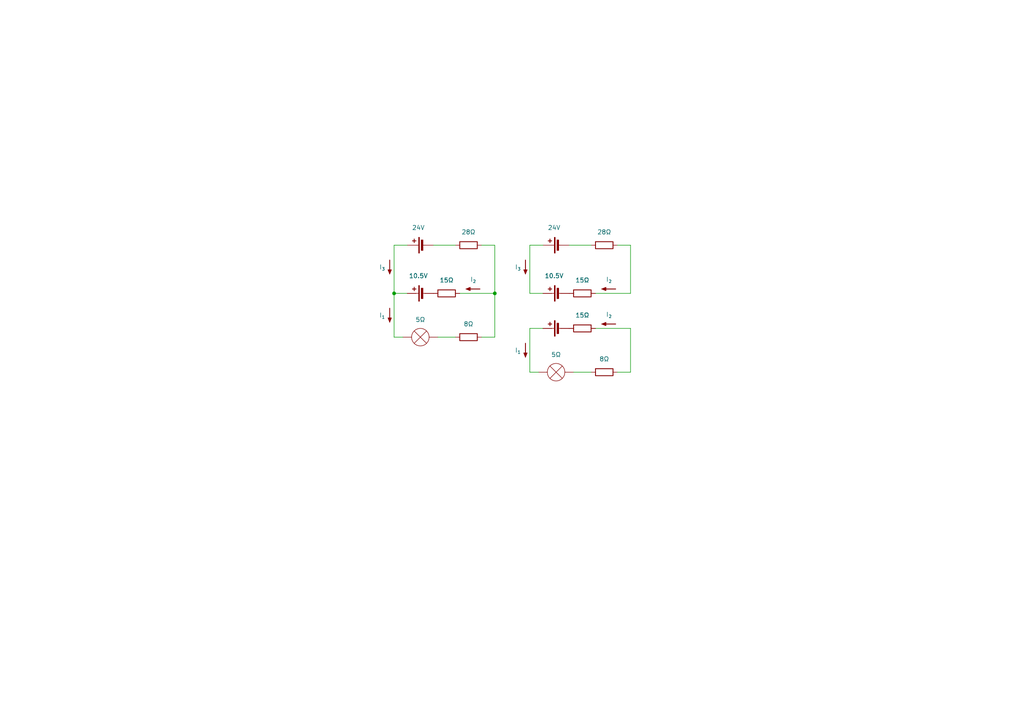
<source format=kicad_sch>
(kicad_sch (version 20231120) (generator "eeschema") (generator_version "8.0")
  (paper "A4")
  (lib_symbols
    (symbol "Device:Battery_Cell" (pin_numbers hide) (pin_names (offset 0) hide)
      (property "Reference" "BT" (at 2.54 2.54 0))
      (property "Value" "Battery_Cell" (at 2.54 0 0))
      (symbol "Battery_Cell_0_1"
        (rectangle (start -2.286 1.778) (end 2.286 1.524) (fill (type outline)))
        (rectangle (start -1.524 1.016) (end 1.524 0.508) (fill (type outline)))
        (polyline (pts (xy 0 0.762) (xy 0 0)))
        (polyline (pts (xy 0 1.778) (xy 0 2.54)))
        (polyline (pts (xy 0.762 3.048) (xy 1.778 3.048)) (stroke (width 0.254)))
        (polyline (pts (xy 1.27 3.556) (xy 1.27 2.54)) (stroke (width 0.254)))
      )
      (symbol "Battery_Cell_1_1"
        (pin passive line (at 0 5.08 270) (length 2.54) (name "+") (number "1"))
        (pin passive line (at 0 -2.54 90) (length 2.54) (name "-") (number "2"))
      )
    )
    (symbol "Device:Lamp" (pin_numbers hide) (pin_names (offset 0.0254) hide)
      (property "Reference" "LA" (at 0.635 3.81 0))
      (property "Value" "Lamp" (at 0.635 -3.81 0))
      (symbol "Lamp_0_1"
        (polyline (pts (xy -1.778 1.778) (xy 1.778 -1.778)))
        (polyline (pts (xy 1.778 1.778) (xy -1.778 -1.778)))
        (circle (center 0 0) (radius 2.54))
      )
      (symbol "Lamp_1_1"
        (pin passive line (at 0 -5.08 90) (length 2.54) (name "-") (number "1"))
        (pin passive line (at 0 5.08 270) (length 2.54) (name "+") (number "2"))
      )
    )
    (symbol "Device:R" (pin_numbers hide) (pin_names (offset 0))
      (property "Reference" "R" (at 2.032 0 90))
      (property "Value" "R" (at 0 0 90))
      (symbol "R_0_1"
        (rectangle (start -1.016 -2.54) (end 1.016 2.54) (stroke (width 0.254)))
      )
      (symbol "R_1_1"
        (pin passive line (at 0 3.81 270) (length 1.27) (name "~") (number "1"))
        (pin passive line (at 0 -3.81 90) (length 1.27) (name "~") (number "2"))
      )
    )
    (symbol "Graphic:SYM_Arrow_Small" (in_bom no) (on_board no)
      (symbol "SYM_Arrow_Small_0_1"
        (polyline (pts (xy 1.524 0) (xy -2.032 0)) (stroke (width 0.254)))
        (polyline (pts (xy 2.032 0) (xy 0.762 -0.508) (xy 0.762 0.508) (xy 2.032 0)) (fill (type outline)))
      )
    )
  )
  (junction (at 143.51 85.09))
  (junction (at 114.3 85.09))
  (wire (pts (xy 156.21 107.95) (xy 153.67 107.95)))
  (wire (pts (xy 165.1 71.12) (xy 171.45 71.12)))
  (wire (pts (xy 179.07 71.12) (xy 182.88 71.12)))
  (wire (pts (xy 153.67 85.09) (xy 153.67 71.12)))
  (wire (pts (xy 143.51 85.09) (xy 143.51 97.79)))
  (wire (pts (xy 153.67 107.95) (xy 153.67 95.25)))
  (wire (pts (xy 182.88 71.12) (xy 182.88 85.09)))
  (wire (pts (xy 114.3 71.12) (xy 118.11 71.12)))
  (wire (pts (xy 114.3 97.79) (xy 114.3 85.09)))
  (wire (pts (xy 157.48 95.25) (xy 153.67 95.25)))
  (wire (pts (xy 114.3 85.09) (xy 114.3 71.12)))
  (wire (pts (xy 166.37 107.95) (xy 171.45 107.95)))
  (wire (pts (xy 172.72 95.25) (xy 182.88 95.25)))
  (wire (pts (xy 157.48 85.09) (xy 153.67 85.09)))
  (wire (pts (xy 116.84 97.79) (xy 114.3 97.79)))
  (wire (pts (xy 172.72 85.09) (xy 182.88 85.09)))
  (wire (pts (xy 143.51 71.12) (xy 143.51 85.09)))
  (wire (pts (xy 118.11 85.09) (xy 114.3 85.09)))
  (wire (pts (xy 182.88 95.25) (xy 182.88 107.95)))
  (wire (pts (xy 139.7 97.79) (xy 143.51 97.79)))
  (wire (pts (xy 179.07 107.95) (xy 182.88 107.95)))
  (wire (pts (xy 153.67 71.12) (xy 157.48 71.12)))
  (wire (pts (xy 125.73 71.12) (xy 132.08 71.12)))
  (wire (pts (xy 139.7 71.12) (xy 143.51 71.12)))
  (wire (pts (xy 133.35 85.09) (xy 143.51 85.09)))
  (wire (pts (xy 127 97.79) (xy 132.08 97.79)))
  (symbol (lib_id "Graphic:SYM_Arrow_Small") (at 152.4 101.6 270) (unit 1) (exclude_from_sim yes) (in_bom no) (on_board no)
    (property "Reference" "#SYM7" (effects (hide yes)))
    (property "Value" "I₁" (at 149.352 101.6 90) (effects (justify left)))
    (property "Description" "Filled arrow, 160mil" (effects (hide yes)))
  )
  (symbol (lib_id "Graphic:SYM_Arrow_Small") (at 137.16 83.82 180) (unit 1) (exclude_from_sim yes) (in_bom no) (on_board no)
    (property "Reference" "#SYM3" (effects (hide yes)))
    (property "Value" "I₂" (at 138.176 81.788 0) (effects (justify left top)))
    (property "Description" "Filled arrow, 160mil" (effects (hide yes)))
  )
  (symbol (lib_id "Device:Lamp") (at 161.29 107.95 90) (unit 1)
    (property "Reference" "LA2" (effects (hide yes)))
    (property "Value" "5Ω" (at 161.29 102.87 90))
    (property "Description" "Lamp" (effects (hide yes)))
  )
  (symbol (lib_id "Device:R") (at 129.54 85.09 90) (unit 1)
    (property "Reference" "R2" (effects (hide yes)))
    (property "Value" "15Ω" (at 129.54 81.28 90))
    (property "Description" "Resistor" (effects (hide yes)))
  )
  (symbol (lib_id "Device:Battery_Cell") (at 123.19 71.12 90) (unit 1)
    (property "Reference" "BT1" (effects (hide yes)))
    (property "Value" "24V" (at 121.3485 66.04 90))
    (property "Description" "Single-cell battery" (effects (hide yes)))
  )
  (symbol (lib_id "Graphic:SYM_Arrow_Small") (at 176.53 93.98 180) (unit 1) (exclude_from_sim yes) (in_bom no) (on_board no)
    (property "Reference" "#SYM8" (effects (hide yes)))
    (property "Value" "I₂" (at 177.546 91.948 0) (effects (justify left top)))
    (property "Description" "Filled arrow, 160mil" (effects (hide yes)))
  )
  (symbol (lib_id "Graphic:SYM_Arrow_Small") (at 176.53 83.82 180) (unit 1) (exclude_from_sim yes) (in_bom no) (on_board no)
    (property "Reference" "#SYM6" (effects (hide yes)))
    (property "Value" "I₂" (at 177.546 81.788 0) (effects (justify left top)))
    (property "Description" "Filled arrow, 160mil" (effects (hide yes)))
  )
  (symbol (lib_id "Device:R") (at 135.89 71.12 90) (unit 1)
    (property "Reference" "R1" (effects (hide yes)))
    (property "Value" "28Ω" (at 135.89 67.31 90))
    (property "Description" "Resistor" (effects (hide yes)))
  )
  (symbol (lib_id "Device:Battery_Cell") (at 123.19 85.09 90) (unit 1)
    (property "Reference" "BT2" (effects (hide yes)))
    (property "Value" "10.5V" (at 121.3485 80.01 90))
    (property "Description" "Single-cell battery" (effects (hide yes)))
  )
  (symbol (lib_id "Device:Battery_Cell") (at 162.56 95.25 90) (unit 1)
    (property "Reference" "BT6" (effects (hide yes)))
    (property "Value" "10.5V" (effects (hide yes)))
    (property "Description" "Single-cell battery" (effects (hide yes)))
  )
  (symbol (lib_id "Graphic:SYM_Arrow_Small") (at 113.03 91.44 270) (unit 1) (exclude_from_sim yes) (in_bom no) (on_board no)
    (property "Reference" "#SYM1" (effects (hide yes)))
    (property "Value" "I₁" (at 109.982 91.44 90) (effects (justify left)))
    (property "Description" "Filled arrow, 160mil" (effects (hide yes)))
  )
  (symbol (lib_id "Device:R") (at 168.91 95.25 90) (unit 1)
    (property "Reference" "R6" (effects (hide yes)))
    (property "Value" "15Ω" (at 168.91 91.44 90))
    (property "Description" "Resistor" (effects (hide yes)))
  )
  (symbol (lib_id "Device:Battery_Cell") (at 162.56 71.12 90) (unit 1)
    (property "Reference" "BT3" (effects (hide yes)))
    (property "Value" "24V" (at 160.7185 66.04 90))
    (property "Description" "Single-cell battery" (effects (hide yes)))
  )
  (symbol (lib_id "Device:Lamp") (at 121.92 97.79 90) (unit 1)
    (property "Reference" "LA1" (effects (hide yes)))
    (property "Value" "5Ω" (at 121.92 92.71 90))
    (property "Description" "Lamp" (effects (hide yes)))
  )
  (symbol (lib_id "Device:R") (at 175.26 71.12 90) (unit 1)
    (property "Reference" "R5" (effects (hide yes)))
    (property "Value" "28Ω" (at 175.26 67.31 90))
    (property "Description" "Resistor" (effects (hide yes)))
  )
  (symbol (lib_id "Device:R") (at 135.89 97.79 90) (unit 1)
    (property "Reference" "R3" (effects (hide yes)))
    (property "Value" "8Ω" (at 135.89 93.98 90))
    (property "Description" "Resistor" (effects (hide yes)))
  )
  (symbol (lib_id "Graphic:SYM_Arrow_Small") (at 113.03 77.47 270) (unit 1) (exclude_from_sim yes) (in_bom no) (on_board no)
    (property "Reference" "#SYM2" (effects (hide yes)))
    (property "Value" "I₃" (at 109.982 77.47 90) (effects (justify left)))
    (property "Description" "Filled arrow, 160mil" (effects (hide yes)))
  )
  (symbol (lib_id "Graphic:SYM_Arrow_Small") (at 152.4 77.47 270) (unit 1) (exclude_from_sim yes) (in_bom no) (on_board no)
    (property "Reference" "#SYM4" (effects (hide yes)))
    (property "Value" "I₃" (at 149.352 77.47 90) (effects (justify left)))
    (property "Description" "Filled arrow, 160mil" (effects (hide yes)))
  )
  (symbol (lib_id "Device:R") (at 175.26 107.95 90) (unit 1)
    (property "Reference" "R8" (effects (hide yes)))
    (property "Value" "8Ω" (at 175.26 104.14 90))
    (property "Description" "Resistor" (effects (hide yes)))
  )
  (symbol (lib_id "Device:Battery_Cell") (at 162.56 85.09 90) (unit 1)
    (property "Reference" "BT4" (effects (hide yes)))
    (property "Value" "10.5V" (at 160.7185 80.01 90))
    (property "Description" "Single-cell battery" (effects (hide yes)))
  )
  (symbol (lib_id "Device:R") (at 168.91 85.09 90) (unit 1)
    (property "Reference" "R4" (effects (hide yes)))
    (property "Value" "15Ω" (at 168.91 81.28 90))
    (property "Description" "Resistor" (effects (hide yes)))
  )
)
</source>
